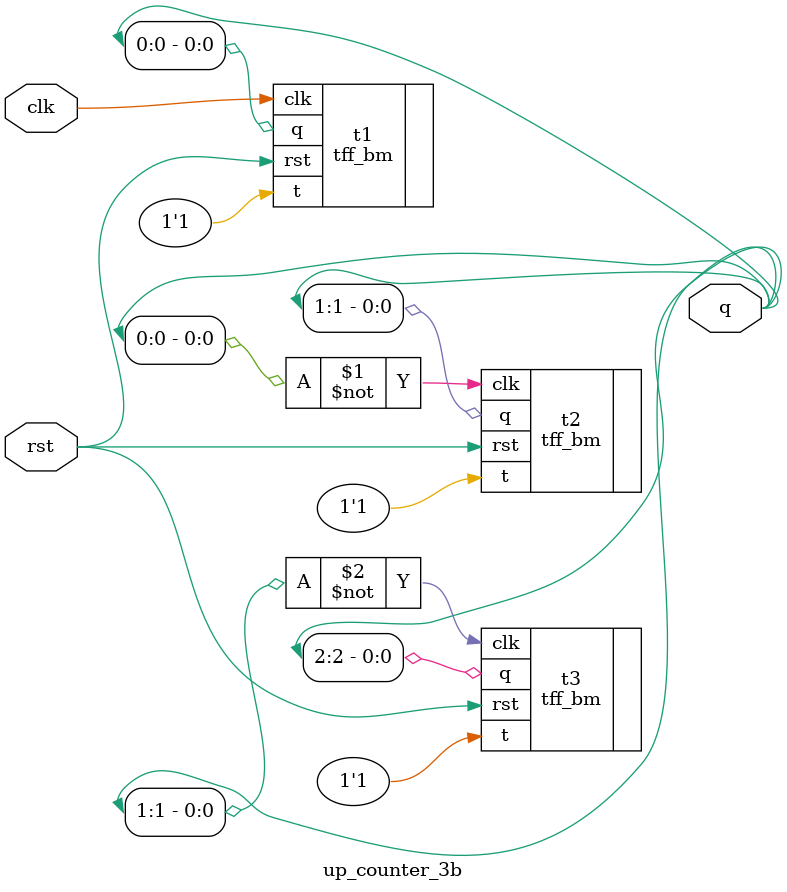
<source format=v>
module up_counter_3b (output [2:0]q,input clk,rst);
	tff_bm t1 (.q(q[0]),.rst(rst),.clk(clk),.t(1'b1));
	tff_bm t2 (.q(q[1]),.rst(rst),.clk(~q[0]),.t(1'b1));
	tff_bm t3 (.q(q[2]),.rst(rst),.clk(~q[1]),.t(1'b1));
endmodule 
</source>
